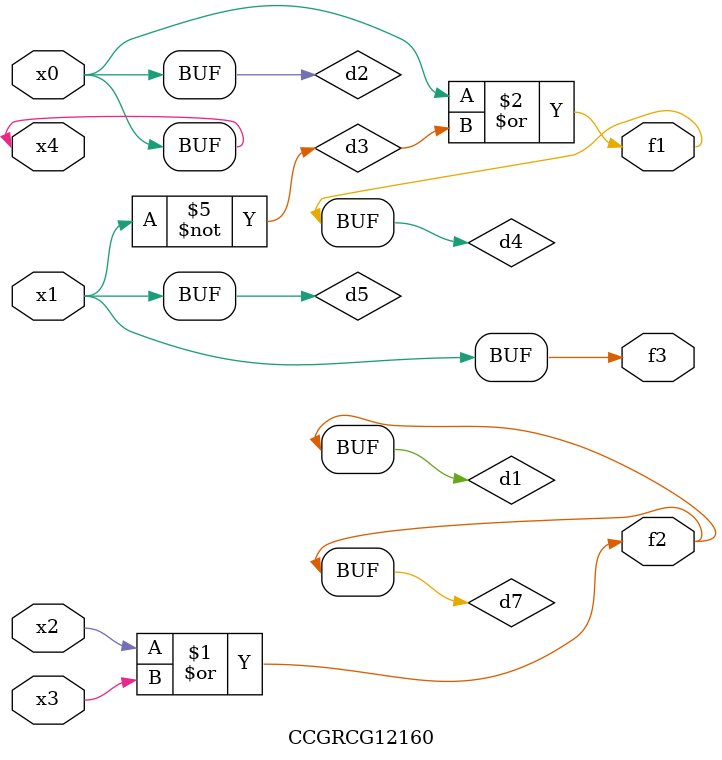
<source format=v>
module CCGRCG12160(
	input x0, x1, x2, x3, x4,
	output f1, f2, f3
);

	wire d1, d2, d3, d4, d5, d6, d7;

	or (d1, x2, x3);
	buf (d2, x0, x4);
	not (d3, x1);
	or (d4, d2, d3);
	not (d5, d3);
	nand (d6, d1, d3);
	or (d7, d1);
	assign f1 = d4;
	assign f2 = d7;
	assign f3 = d5;
endmodule

</source>
